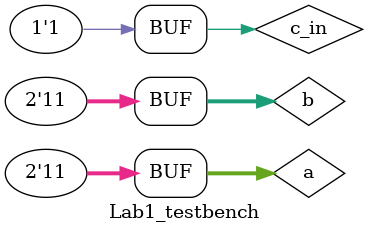
<source format=v>
module Lab1_testbench();

reg[1:0] a, b;
reg c_in;

wire[1:0] sum;
wire c_out;

initial begin
	//c_in = 0
	a = 'b00;
	#10 a = 'b01;
	#10 a = 'b10;
	#10 a = 'b11;

	#10 a = 'b00;
	#10 a = 'b01;
	#10 a = 'b10;
	#10 a = 'b11;

	#10 a = 'b00;
	#10 a = 'b01;
	#10 a = 'b10;
	#10 a = 'b11;

	#10 a = 'b00;
	#10 a = 'b01;
	#10 a = 'b10;
	#10 a = 'b11;

	//c_in = 1
	#10 a = 'b00;
	#10 a = 'b01;
	#10 a = 'b10;
	#10 a = 'b11;

	#10 a = 'b00;
	#10 a = 'b01;
	#10 a = 'b10;
	#10 a = 'b11;

	#10 a = 'b00;
	#10 a = 'b01;
	#10 a = 'b10;
	#10 a = 'b11;

	#10 a = 'b00;
	#10 a = 'b01;
	#10 a = 'b10;
	#10 a = 'b11;
end

initial begin
	//c_in = 0
	b = 'b00;
	#40 b = 'b01;
	#40 b = 'b10;
	#40 b = 'b11;

	//c_in = 1
	#40 b = 'b00;
	#40 b = 'b01;
	#40 b = 'b10;
	#40 b = 'b11;
end

initial begin
	c_in = 0;
	#160 c_in = 1;
end

Adder_2 test_adder(.c_out(c_out), .sum(sum), .a(a), .b(b), .c_in(c_in));

endmodule
</source>
